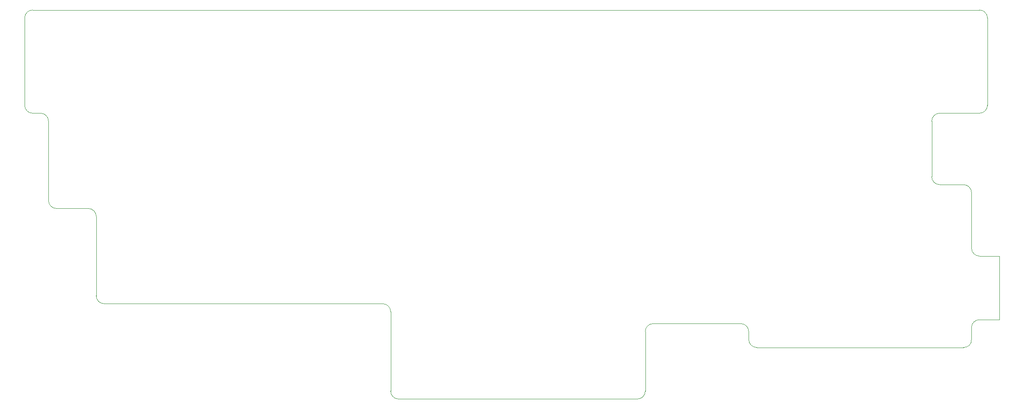
<source format=gbr>
G04 #@! TF.GenerationSoftware,KiCad,Pcbnew,(6.0.6)*
G04 #@! TF.CreationDate,2022-08-05T17:16:04-07:00*
G04 #@! TF.ProjectId,bored27-revision,626f7265-6432-4372-9d72-65766973696f,rev?*
G04 #@! TF.SameCoordinates,Original*
G04 #@! TF.FileFunction,Profile,NP*
%FSLAX46Y46*%
G04 Gerber Fmt 4.6, Leading zero omitted, Abs format (unit mm)*
G04 Created by KiCad (PCBNEW (6.0.6)) date 2022-08-05 17:16:04*
%MOMM*%
%LPD*%
G01*
G04 APERTURE LIST*
G04 #@! TA.AperFunction,Profile*
%ADD10C,0.100000*%
G04 #@! TD*
G04 APERTURE END LIST*
D10*
X63500000Y-115887500D02*
G75*
G03*
X65087500Y-117475000I1587600J100D01*
G01*
X236537495Y-126206315D02*
G75*
G03*
X238114875Y-124618750I110205J1467915D01*
G01*
X53975000Y-80962500D02*
X53975000Y-96837500D01*
X122237500Y-134937500D02*
G75*
G03*
X123825000Y-136525000I1587600J100D01*
G01*
X174625000Y-121443750D02*
X192087500Y-121443750D01*
X239712500Y-120650000D02*
X243713000Y-120650000D01*
X50800000Y-58737500D02*
G75*
G03*
X49212500Y-60325000I0J-1587500D01*
G01*
X243713000Y-107950000D02*
X239712500Y-107950000D01*
X238125000Y-95250000D02*
X238125000Y-106362500D01*
X50800000Y-79375000D02*
X52387500Y-79375000D01*
X174625000Y-121443700D02*
G75*
G03*
X173037500Y-123031250I100J-1587600D01*
G01*
X193675000Y-123031250D02*
X193675000Y-124618750D01*
X193675050Y-123031250D02*
G75*
G03*
X192087500Y-121443750I-1587550J-50D01*
G01*
X241300000Y-77787500D02*
X241300000Y-60325000D01*
X243713000Y-120650000D02*
X243713000Y-107950000D01*
X171450000Y-136525000D02*
G75*
G03*
X173037500Y-134937500I-100J1587600D01*
G01*
X239712500Y-79375000D02*
X231775000Y-79375000D01*
X193674950Y-124618750D02*
G75*
G03*
X195262500Y-126206250I1587550J50D01*
G01*
X63500000Y-100012500D02*
X63500000Y-115887500D01*
X238125000Y-122237500D02*
X238114875Y-124618750D01*
X231775000Y-93662500D02*
X236537500Y-93662500D01*
X49212500Y-77787500D02*
G75*
G03*
X50800000Y-79375000I1587600J100D01*
G01*
X55562500Y-98425000D02*
X61912500Y-98425000D01*
X63500000Y-100012500D02*
G75*
G03*
X61912500Y-98425000I-1587600J-100D01*
G01*
X123825000Y-136525000D02*
X171450000Y-136525000D01*
X239712500Y-120650000D02*
G75*
G03*
X238125000Y-122237500I10300J-1597800D01*
G01*
X53975000Y-80962500D02*
G75*
G03*
X52387500Y-79375000I-1587600J-100D01*
G01*
X173037500Y-123031250D02*
X173037500Y-134937500D01*
X238125000Y-106362500D02*
G75*
G03*
X239712500Y-107950000I1607900J20400D01*
G01*
X50800000Y-58737500D02*
X239712500Y-58737500D01*
X238125000Y-95250000D02*
G75*
G03*
X236537500Y-93662500I-1587500J0D01*
G01*
X230187500Y-80962500D02*
X230187500Y-92075000D01*
X195262500Y-126206250D02*
X236537500Y-126206250D01*
X231775000Y-79375000D02*
G75*
G03*
X230187500Y-80962500I100J-1587600D01*
G01*
X241300000Y-60325000D02*
G75*
G03*
X239712500Y-58737500I-1587600J-100D01*
G01*
X65087500Y-117475000D02*
X120650000Y-117475000D01*
X53975000Y-96837500D02*
G75*
G03*
X55562500Y-98425000I1587600J100D01*
G01*
X239712500Y-79375000D02*
G75*
G03*
X241300000Y-77787500I-100J1587600D01*
G01*
X122237500Y-119062500D02*
G75*
G03*
X120650000Y-117475000I-1587600J-100D01*
G01*
X49212500Y-60325000D02*
X49212500Y-77787500D01*
X122237500Y-119062500D02*
X122237500Y-134937500D01*
X230187500Y-92075000D02*
G75*
G03*
X231775000Y-93662500I1587500J0D01*
G01*
M02*

</source>
